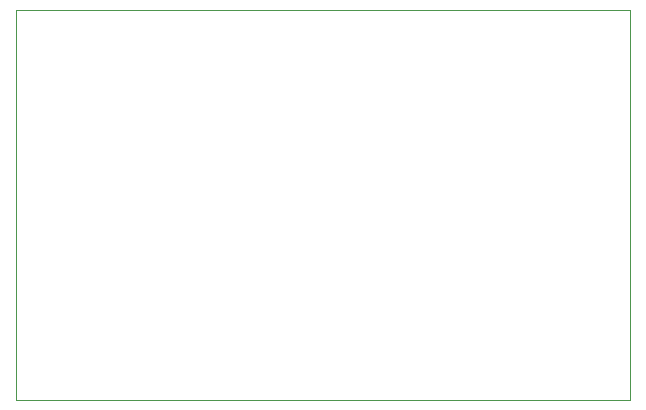
<source format=gbr>
%TF.GenerationSoftware,KiCad,Pcbnew,(6.0.11)*%
%TF.CreationDate,2023-04-20T22:04:15+02:00*%
%TF.ProjectId,NixieTubeSchematic,4e697869-6554-4756-9265-536368656d61,0.1*%
%TF.SameCoordinates,Original*%
%TF.FileFunction,Profile,NP*%
%FSLAX46Y46*%
G04 Gerber Fmt 4.6, Leading zero omitted, Abs format (unit mm)*
G04 Created by KiCad (PCBNEW (6.0.11)) date 2023-04-20 22:04:15*
%MOMM*%
%LPD*%
G01*
G04 APERTURE LIST*
%TA.AperFunction,Profile*%
%ADD10C,0.100000*%
%TD*%
G04 APERTURE END LIST*
D10*
X172000000Y-86000000D02*
X120000000Y-86000000D01*
X120000000Y-86000000D02*
X120000000Y-119000000D01*
X120000000Y-119000000D02*
X172000000Y-119000000D01*
X172000000Y-119000000D02*
X172000000Y-86000000D01*
M02*

</source>
